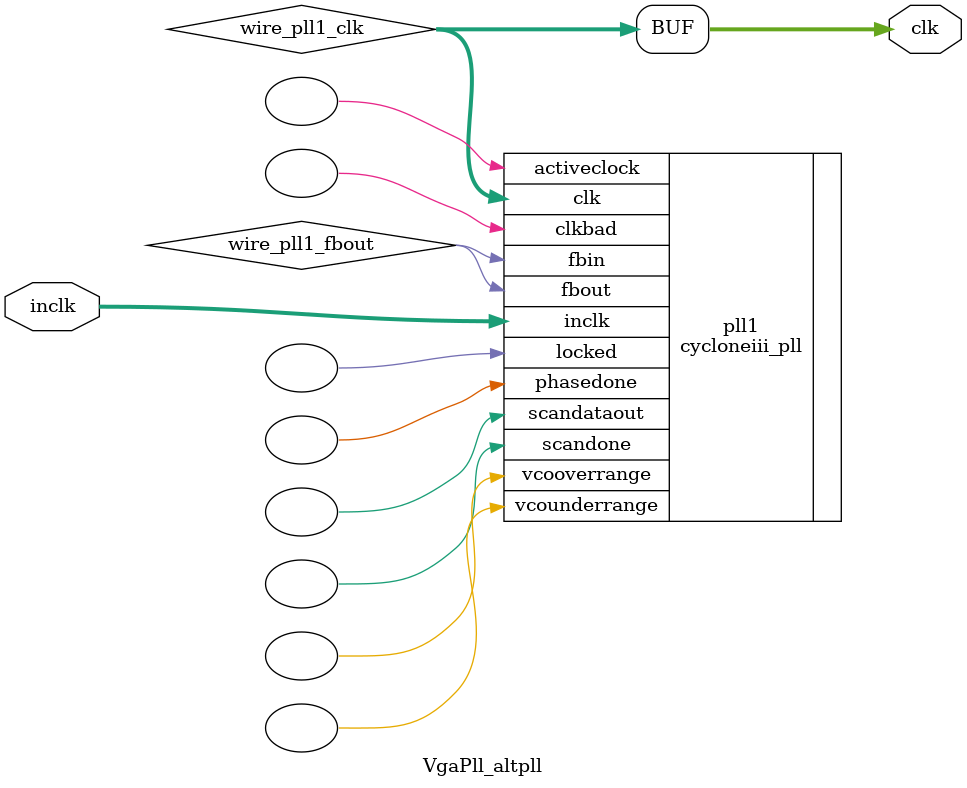
<source format=v>






//synthesis_resources = cycloneiii_pll 1 
//synopsys translate_off
`timescale 1 ps / 1 ps
//synopsys translate_on
module  VgaPll_altpll
	( 
	clk,
	inclk) /* synthesis synthesis_clearbox=1 */;
	output   [4:0]  clk;
	input   [1:0]  inclk;
`ifndef ALTERA_RESERVED_QIS
// synopsys translate_off
`endif
	tri0   [1:0]  inclk;
`ifndef ALTERA_RESERVED_QIS
// synopsys translate_on
`endif

	wire  [4:0]   wire_pll1_clk;
	wire  wire_pll1_fbout;

	cycloneiii_pll   pll1
	( 
	.activeclock(),
	.clk(wire_pll1_clk),
	.clkbad(),
	.fbin(wire_pll1_fbout),
	.fbout(wire_pll1_fbout),
	.inclk(inclk),
	.locked(),
	.phasedone(),
	.scandataout(),
	.scandone(),
	.vcooverrange(),
	.vcounderrange()
	`ifndef FORMAL_VERIFICATION
	// synopsys translate_off
	`endif
	,
	.areset(1'b0),
	.clkswitch(1'b0),
	.configupdate(1'b0),
	.pfdena(1'b1),
	.phasecounterselect({3{1'b0}}),
	.phasestep(1'b0),
	.phaseupdown(1'b0),
	.scanclk(1'b0),
	.scanclkena(1'b1),
	.scandata(1'b0)
	`ifndef FORMAL_VERIFICATION
	// synopsys translate_on
	`endif
	);
	defparam
		pll1.bandwidth_type = "auto",
		pll1.clk0_divide_by = 5,
		pll1.clk0_duty_cycle = 50,
		pll1.clk0_multiply_by = 4,
		pll1.clk0_phase_shift = "0",
		pll1.compensate_clock = "clk0",
		pll1.inclk0_input_frequency = 20000,
		pll1.operation_mode = "normal",
		pll1.pll_type = "auto",
		pll1.lpm_type = "cycloneiii_pll";
	assign
		clk = {wire_pll1_clk[4:0]};
endmodule //VgaPll_altpll
//VALID FILE

</source>
